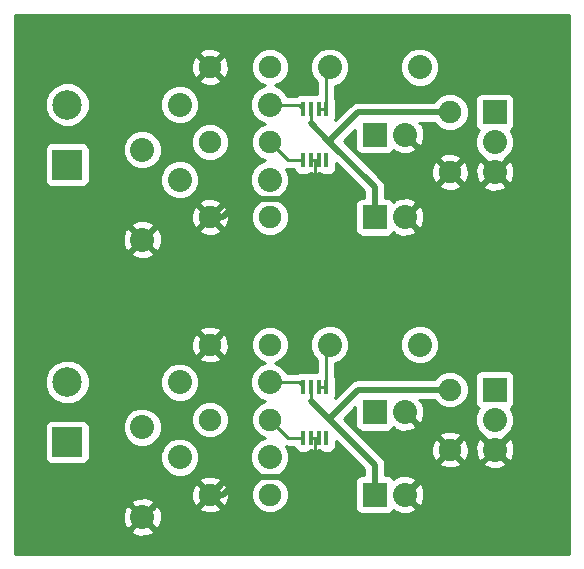
<source format=gtl>
G04 (created by PCBNEW (2013-07-07 BZR 4022)-stable) date 16/07/2014 12:48:06*
%MOIN*%
G04 Gerber Fmt 3.4, Leading zero omitted, Abs format*
%FSLAX34Y34*%
G01*
G70*
G90*
G04 APERTURE LIST*
%ADD10C,0.00590551*%
%ADD11C,0.075*%
%ADD12R,0.08X0.08*%
%ADD13C,0.08*%
%ADD14R,0.015X0.05*%
%ADD15R,0.0984X0.0984*%
%ADD16C,0.0984*%
%ADD17C,0.035*%
%ADD18C,0.01*%
%ADD19C,0.02*%
G04 APERTURE END LIST*
G54D10*
G54D11*
X23750Y-31250D03*
X23750Y-33250D03*
X15750Y-29750D03*
X17750Y-29750D03*
X17750Y-34750D03*
X15750Y-34750D03*
X15750Y-32250D03*
X17750Y-32250D03*
G54D12*
X21250Y-32000D03*
G54D13*
X22250Y-32000D03*
G54D12*
X21250Y-34750D03*
G54D13*
X22250Y-34750D03*
G54D14*
X18866Y-32850D03*
X19122Y-32850D03*
X19378Y-32850D03*
X19634Y-32850D03*
X19634Y-31150D03*
X19378Y-31150D03*
X19122Y-31150D03*
X18866Y-31150D03*
G54D13*
X19750Y-29750D03*
X22750Y-29750D03*
X13500Y-32500D03*
X13500Y-35500D03*
X14750Y-33500D03*
X17750Y-33500D03*
X14750Y-31000D03*
X17750Y-31000D03*
G54D15*
X11000Y-33000D03*
G54D16*
X11000Y-31000D03*
G54D12*
X25250Y-31250D03*
G54D13*
X25250Y-32250D03*
X25250Y-33250D03*
G54D12*
X25250Y-22000D03*
G54D13*
X25250Y-23000D03*
X25250Y-24000D03*
G54D15*
X11000Y-23750D03*
G54D16*
X11000Y-21750D03*
G54D13*
X14750Y-21750D03*
X17750Y-21750D03*
X14750Y-24250D03*
X17750Y-24250D03*
X13500Y-23250D03*
X13500Y-26250D03*
X19750Y-20500D03*
X22750Y-20500D03*
G54D14*
X18866Y-23600D03*
X19122Y-23600D03*
X19378Y-23600D03*
X19634Y-23600D03*
X19634Y-21900D03*
X19378Y-21900D03*
X19122Y-21900D03*
X18866Y-21900D03*
G54D12*
X21250Y-25500D03*
G54D13*
X22250Y-25500D03*
G54D12*
X21250Y-22750D03*
G54D13*
X22250Y-22750D03*
G54D11*
X15750Y-23000D03*
X17750Y-23000D03*
X17750Y-25500D03*
X15750Y-25500D03*
X15750Y-20500D03*
X17750Y-20500D03*
X23750Y-22000D03*
X23750Y-24000D03*
G54D17*
X19250Y-33750D03*
X19250Y-24500D03*
G54D18*
X19250Y-32850D02*
X19378Y-32850D01*
X19122Y-32850D02*
X19250Y-32850D01*
X19250Y-32850D02*
X19250Y-33500D01*
G54D19*
X19250Y-33500D02*
X19250Y-33750D01*
X16200Y-34750D02*
X16800Y-34150D01*
X16800Y-34150D02*
X18850Y-34150D01*
X18850Y-34150D02*
X19250Y-33750D01*
X15750Y-34750D02*
X16200Y-34750D01*
X15750Y-25500D02*
X16200Y-25500D01*
X18850Y-24900D02*
X19250Y-24500D01*
X16800Y-24900D02*
X18850Y-24900D01*
X16200Y-25500D02*
X16800Y-24900D01*
X19250Y-24250D02*
X19250Y-24500D01*
G54D18*
X19250Y-23600D02*
X19250Y-24250D01*
X19122Y-23600D02*
X19250Y-23600D01*
X19250Y-23600D02*
X19378Y-23600D01*
X19634Y-29866D02*
X19750Y-29750D01*
X19634Y-31150D02*
X19634Y-29866D01*
X19378Y-31150D02*
X19634Y-31150D01*
X19378Y-21900D02*
X19634Y-21900D01*
X19634Y-21900D02*
X19634Y-20616D01*
X19634Y-20616D02*
X19750Y-20500D01*
X18350Y-32850D02*
X17750Y-32250D01*
X18866Y-32850D02*
X18350Y-32850D01*
X18866Y-23600D02*
X18350Y-23600D01*
X18350Y-23600D02*
X17750Y-23000D01*
X18716Y-31000D02*
X18866Y-31150D01*
X17750Y-31000D02*
X18716Y-31000D01*
X17750Y-21750D02*
X18716Y-21750D01*
X18716Y-21750D02*
X18866Y-21900D01*
X19800Y-32300D02*
X21250Y-33750D01*
X21250Y-33750D02*
X21250Y-34750D01*
X19122Y-31150D02*
X19122Y-31622D01*
G54D19*
X20700Y-31250D02*
X19800Y-32150D01*
X19800Y-32150D02*
X19800Y-32300D01*
X23750Y-31250D02*
X20700Y-31250D01*
X21250Y-33750D02*
X21250Y-34750D01*
X19700Y-32200D02*
X19122Y-31622D01*
X19800Y-32300D02*
X19700Y-32200D01*
X19700Y-32200D02*
X21250Y-33750D01*
X19700Y-22950D02*
X21250Y-24500D01*
X19800Y-23050D02*
X19700Y-22950D01*
X19700Y-22950D02*
X19122Y-22372D01*
X21250Y-24500D02*
X21250Y-25500D01*
X23750Y-22000D02*
X20700Y-22000D01*
X19800Y-22900D02*
X19800Y-23050D01*
X20700Y-22000D02*
X19800Y-22900D01*
G54D18*
X19122Y-21900D02*
X19122Y-22372D01*
X21250Y-24500D02*
X21250Y-25500D01*
X19800Y-23050D02*
X21250Y-24500D01*
G54D10*
G36*
X27730Y-36730D02*
X25904Y-36730D01*
X25904Y-33355D01*
X25904Y-24105D01*
X25900Y-23991D01*
X25900Y-22871D01*
X25801Y-22632D01*
X25784Y-22615D01*
X25791Y-22612D01*
X25861Y-22541D01*
X25899Y-22449D01*
X25900Y-22350D01*
X25900Y-21550D01*
X25862Y-21458D01*
X25791Y-21388D01*
X25699Y-21350D01*
X25600Y-21349D01*
X24800Y-21349D01*
X24708Y-21387D01*
X24638Y-21458D01*
X24600Y-21550D01*
X24599Y-21649D01*
X24599Y-22449D01*
X24637Y-22541D01*
X24708Y-22611D01*
X24715Y-22614D01*
X24699Y-22631D01*
X24600Y-22870D01*
X24599Y-23128D01*
X24698Y-23367D01*
X24865Y-23534D01*
X24862Y-23541D01*
X25250Y-23929D01*
X25637Y-23541D01*
X25634Y-23534D01*
X25800Y-23368D01*
X25899Y-23129D01*
X25900Y-22871D01*
X25900Y-23991D01*
X25894Y-23847D01*
X25814Y-23652D01*
X25708Y-23612D01*
X25320Y-24000D01*
X25708Y-24387D01*
X25814Y-24347D01*
X25904Y-24105D01*
X25904Y-33355D01*
X25900Y-33241D01*
X25900Y-32121D01*
X25801Y-31882D01*
X25784Y-31865D01*
X25791Y-31862D01*
X25861Y-31791D01*
X25899Y-31699D01*
X25900Y-31600D01*
X25900Y-30800D01*
X25862Y-30708D01*
X25791Y-30638D01*
X25699Y-30600D01*
X25637Y-30599D01*
X25637Y-24458D01*
X25250Y-24070D01*
X25179Y-24141D01*
X25179Y-24000D01*
X24791Y-23612D01*
X24685Y-23652D01*
X24595Y-23894D01*
X24605Y-24152D01*
X24685Y-24347D01*
X24791Y-24387D01*
X25179Y-24000D01*
X25179Y-24141D01*
X24862Y-24458D01*
X24902Y-24564D01*
X25144Y-24654D01*
X25402Y-24644D01*
X25597Y-24564D01*
X25637Y-24458D01*
X25637Y-30599D01*
X25600Y-30599D01*
X24800Y-30599D01*
X24708Y-30637D01*
X24638Y-30708D01*
X24600Y-30800D01*
X24599Y-30899D01*
X24599Y-31699D01*
X24637Y-31791D01*
X24708Y-31861D01*
X24715Y-31864D01*
X24699Y-31881D01*
X24600Y-32120D01*
X24599Y-32378D01*
X24698Y-32617D01*
X24865Y-32784D01*
X24862Y-32791D01*
X25250Y-33179D01*
X25637Y-32791D01*
X25634Y-32784D01*
X25800Y-32618D01*
X25899Y-32379D01*
X25900Y-32121D01*
X25900Y-33241D01*
X25894Y-33097D01*
X25814Y-32902D01*
X25708Y-32862D01*
X25320Y-33250D01*
X25708Y-33637D01*
X25814Y-33597D01*
X25904Y-33355D01*
X25904Y-36730D01*
X25637Y-36730D01*
X25637Y-33708D01*
X25250Y-33320D01*
X25179Y-33391D01*
X25179Y-33250D01*
X24791Y-32862D01*
X24685Y-32902D01*
X24595Y-33144D01*
X24605Y-33402D01*
X24685Y-33597D01*
X24791Y-33637D01*
X25179Y-33250D01*
X25179Y-33391D01*
X24862Y-33708D01*
X24902Y-33814D01*
X25144Y-33904D01*
X25402Y-33894D01*
X25597Y-33814D01*
X25637Y-33708D01*
X25637Y-36730D01*
X24379Y-36730D01*
X24379Y-33349D01*
X24379Y-24099D01*
X24375Y-23990D01*
X24375Y-21876D01*
X24280Y-21646D01*
X24104Y-21470D01*
X23874Y-21375D01*
X23626Y-21374D01*
X23400Y-21468D01*
X23400Y-20371D01*
X23301Y-20132D01*
X23118Y-19949D01*
X22879Y-19850D01*
X22621Y-19849D01*
X22382Y-19948D01*
X22199Y-20131D01*
X22100Y-20370D01*
X22099Y-20628D01*
X22198Y-20867D01*
X22381Y-21050D01*
X22620Y-21149D01*
X22878Y-21150D01*
X23117Y-21051D01*
X23300Y-20868D01*
X23399Y-20629D01*
X23400Y-20371D01*
X23400Y-21468D01*
X23396Y-21469D01*
X23220Y-21645D01*
X23218Y-21650D01*
X20700Y-21650D01*
X20566Y-21676D01*
X20452Y-21752D01*
X19926Y-22278D01*
X19958Y-22199D01*
X19959Y-22100D01*
X19959Y-21600D01*
X19934Y-21539D01*
X19934Y-21127D01*
X20117Y-21051D01*
X20300Y-20868D01*
X20399Y-20629D01*
X20400Y-20371D01*
X20301Y-20132D01*
X20118Y-19949D01*
X19879Y-19850D01*
X19621Y-19849D01*
X19382Y-19948D01*
X19199Y-20131D01*
X19100Y-20370D01*
X19099Y-20628D01*
X19198Y-20867D01*
X19334Y-21003D01*
X19334Y-21399D01*
X19253Y-21399D01*
X19250Y-21401D01*
X19246Y-21400D01*
X19147Y-21399D01*
X18997Y-21399D01*
X18994Y-21401D01*
X18990Y-21400D01*
X18891Y-21399D01*
X18741Y-21399D01*
X18649Y-21437D01*
X18637Y-21450D01*
X18329Y-21450D01*
X18301Y-21382D01*
X18118Y-21199D01*
X17906Y-21111D01*
X18103Y-21030D01*
X18279Y-20854D01*
X18374Y-20624D01*
X18375Y-20376D01*
X18280Y-20146D01*
X18104Y-19970D01*
X17874Y-19875D01*
X17626Y-19874D01*
X17396Y-19969D01*
X17220Y-20145D01*
X17125Y-20375D01*
X17124Y-20623D01*
X17219Y-20853D01*
X17395Y-21029D01*
X17593Y-21111D01*
X17382Y-21198D01*
X17199Y-21381D01*
X17100Y-21620D01*
X17099Y-21878D01*
X17198Y-22117D01*
X17381Y-22300D01*
X17593Y-22388D01*
X17396Y-22469D01*
X17220Y-22645D01*
X17125Y-22875D01*
X17124Y-23123D01*
X17219Y-23353D01*
X17395Y-23529D01*
X17593Y-23611D01*
X17382Y-23698D01*
X17199Y-23881D01*
X17100Y-24120D01*
X17099Y-24378D01*
X17198Y-24617D01*
X17381Y-24800D01*
X17593Y-24888D01*
X17396Y-24969D01*
X17220Y-25145D01*
X17125Y-25375D01*
X17124Y-25623D01*
X17219Y-25853D01*
X17395Y-26029D01*
X17625Y-26124D01*
X17873Y-26125D01*
X18103Y-26030D01*
X18279Y-25854D01*
X18374Y-25624D01*
X18375Y-25376D01*
X18280Y-25146D01*
X18104Y-24970D01*
X17906Y-24888D01*
X18117Y-24801D01*
X18300Y-24618D01*
X18399Y-24379D01*
X18400Y-24121D01*
X18304Y-23891D01*
X18350Y-23900D01*
X18541Y-23900D01*
X18578Y-23991D01*
X18649Y-24061D01*
X18741Y-24099D01*
X18840Y-24100D01*
X18990Y-24100D01*
X18994Y-24098D01*
X18997Y-24100D01*
X19022Y-24100D01*
X19044Y-24077D01*
X19082Y-24062D01*
X19122Y-24022D01*
X19161Y-24062D01*
X19199Y-24077D01*
X19222Y-24100D01*
X19246Y-24100D01*
X19250Y-24098D01*
X19253Y-24100D01*
X19278Y-24100D01*
X19300Y-24077D01*
X19338Y-24062D01*
X19378Y-24022D01*
X19417Y-24061D01*
X19455Y-24077D01*
X19478Y-24100D01*
X19502Y-24100D01*
X19505Y-24098D01*
X19509Y-24099D01*
X19608Y-24100D01*
X19758Y-24100D01*
X19850Y-24062D01*
X19920Y-23991D01*
X19958Y-23899D01*
X19959Y-23800D01*
X19959Y-23704D01*
X20900Y-24644D01*
X20900Y-24849D01*
X20800Y-24849D01*
X20708Y-24887D01*
X20638Y-24958D01*
X20600Y-25050D01*
X20599Y-25149D01*
X20599Y-25949D01*
X20637Y-26041D01*
X20708Y-26111D01*
X20800Y-26149D01*
X20899Y-26150D01*
X21699Y-26150D01*
X21791Y-26112D01*
X21861Y-26041D01*
X21878Y-26001D01*
X21902Y-26064D01*
X22144Y-26154D01*
X22402Y-26144D01*
X22597Y-26064D01*
X22637Y-25958D01*
X22250Y-25570D01*
X22244Y-25576D01*
X22173Y-25505D01*
X22179Y-25500D01*
X22173Y-25494D01*
X22244Y-25423D01*
X22250Y-25429D01*
X22637Y-25041D01*
X22597Y-24935D01*
X22355Y-24845D01*
X22097Y-24855D01*
X21902Y-24935D01*
X21878Y-24998D01*
X21862Y-24958D01*
X21791Y-24888D01*
X21699Y-24850D01*
X21600Y-24849D01*
X21600Y-24849D01*
X21600Y-24500D01*
X21599Y-24499D01*
X21600Y-24499D01*
X21573Y-24366D01*
X21497Y-24252D01*
X21497Y-24252D01*
X20219Y-22975D01*
X20599Y-22595D01*
X20599Y-23199D01*
X20637Y-23291D01*
X20708Y-23361D01*
X20800Y-23399D01*
X20899Y-23400D01*
X21699Y-23400D01*
X21791Y-23362D01*
X21861Y-23291D01*
X21878Y-23251D01*
X21902Y-23314D01*
X22144Y-23404D01*
X22402Y-23394D01*
X22597Y-23314D01*
X22637Y-23208D01*
X22250Y-22820D01*
X22244Y-22826D01*
X22173Y-22755D01*
X22179Y-22750D01*
X22173Y-22744D01*
X22244Y-22673D01*
X22250Y-22679D01*
X22255Y-22673D01*
X22326Y-22744D01*
X22320Y-22750D01*
X22708Y-23137D01*
X22814Y-23097D01*
X22904Y-22855D01*
X22894Y-22597D01*
X22814Y-22402D01*
X22708Y-22362D01*
X22720Y-22350D01*
X23218Y-22350D01*
X23219Y-22353D01*
X23395Y-22529D01*
X23625Y-22624D01*
X23873Y-22625D01*
X24103Y-22530D01*
X24279Y-22354D01*
X24374Y-22124D01*
X24375Y-21876D01*
X24375Y-23990D01*
X24369Y-23851D01*
X24293Y-23667D01*
X24190Y-23630D01*
X24119Y-23701D01*
X24119Y-23559D01*
X24082Y-23456D01*
X23849Y-23370D01*
X23601Y-23380D01*
X23417Y-23456D01*
X23380Y-23559D01*
X23750Y-23929D01*
X24119Y-23559D01*
X24119Y-23701D01*
X23820Y-24000D01*
X24190Y-24369D01*
X24293Y-24332D01*
X24379Y-24099D01*
X24379Y-33349D01*
X24375Y-33240D01*
X24375Y-31126D01*
X24280Y-30896D01*
X24119Y-30735D01*
X24119Y-24440D01*
X23750Y-24070D01*
X23679Y-24141D01*
X23679Y-24000D01*
X23309Y-23630D01*
X23206Y-23667D01*
X23120Y-23900D01*
X23130Y-24148D01*
X23206Y-24332D01*
X23309Y-24369D01*
X23679Y-24000D01*
X23679Y-24141D01*
X23380Y-24440D01*
X23417Y-24543D01*
X23650Y-24629D01*
X23898Y-24619D01*
X24082Y-24543D01*
X24119Y-24440D01*
X24119Y-30735D01*
X24104Y-30720D01*
X23874Y-30625D01*
X23626Y-30624D01*
X23400Y-30718D01*
X23400Y-29621D01*
X23301Y-29382D01*
X23118Y-29199D01*
X22904Y-29110D01*
X22904Y-25605D01*
X22894Y-25347D01*
X22814Y-25152D01*
X22708Y-25112D01*
X22320Y-25500D01*
X22708Y-25887D01*
X22814Y-25847D01*
X22904Y-25605D01*
X22904Y-29110D01*
X22879Y-29100D01*
X22621Y-29099D01*
X22382Y-29198D01*
X22199Y-29381D01*
X22100Y-29620D01*
X22099Y-29878D01*
X22198Y-30117D01*
X22381Y-30300D01*
X22620Y-30399D01*
X22878Y-30400D01*
X23117Y-30301D01*
X23300Y-30118D01*
X23399Y-29879D01*
X23400Y-29621D01*
X23400Y-30718D01*
X23396Y-30719D01*
X23220Y-30895D01*
X23218Y-30900D01*
X20700Y-30900D01*
X20566Y-30926D01*
X20452Y-31002D01*
X19926Y-31528D01*
X19958Y-31449D01*
X19959Y-31350D01*
X19959Y-30850D01*
X19934Y-30789D01*
X19934Y-30377D01*
X20117Y-30301D01*
X20300Y-30118D01*
X20399Y-29879D01*
X20400Y-29621D01*
X20301Y-29382D01*
X20118Y-29199D01*
X19879Y-29100D01*
X19621Y-29099D01*
X19382Y-29198D01*
X19199Y-29381D01*
X19100Y-29620D01*
X19099Y-29878D01*
X19198Y-30117D01*
X19334Y-30253D01*
X19334Y-30649D01*
X19253Y-30649D01*
X19250Y-30651D01*
X19246Y-30650D01*
X19147Y-30649D01*
X18997Y-30649D01*
X18994Y-30651D01*
X18990Y-30650D01*
X18891Y-30649D01*
X18741Y-30649D01*
X18649Y-30687D01*
X18637Y-30700D01*
X18329Y-30700D01*
X18301Y-30632D01*
X18118Y-30449D01*
X17906Y-30361D01*
X18103Y-30280D01*
X18279Y-30104D01*
X18374Y-29874D01*
X18375Y-29626D01*
X18280Y-29396D01*
X18104Y-29220D01*
X17874Y-29125D01*
X17626Y-29124D01*
X17396Y-29219D01*
X17220Y-29395D01*
X17125Y-29625D01*
X17124Y-29873D01*
X17219Y-30103D01*
X17395Y-30279D01*
X17593Y-30361D01*
X17382Y-30448D01*
X17199Y-30631D01*
X17100Y-30870D01*
X17099Y-31128D01*
X17198Y-31367D01*
X17381Y-31550D01*
X17593Y-31638D01*
X17396Y-31719D01*
X17220Y-31895D01*
X17125Y-32125D01*
X17124Y-32373D01*
X17219Y-32603D01*
X17395Y-32779D01*
X17593Y-32861D01*
X17382Y-32948D01*
X17199Y-33131D01*
X17100Y-33370D01*
X17099Y-33628D01*
X17198Y-33867D01*
X17381Y-34050D01*
X17593Y-34138D01*
X17396Y-34219D01*
X17220Y-34395D01*
X17125Y-34625D01*
X17124Y-34873D01*
X17219Y-35103D01*
X17395Y-35279D01*
X17625Y-35374D01*
X17873Y-35375D01*
X18103Y-35280D01*
X18279Y-35104D01*
X18374Y-34874D01*
X18375Y-34626D01*
X18280Y-34396D01*
X18104Y-34220D01*
X17906Y-34138D01*
X18117Y-34051D01*
X18300Y-33868D01*
X18399Y-33629D01*
X18400Y-33371D01*
X18304Y-33141D01*
X18350Y-33150D01*
X18541Y-33150D01*
X18578Y-33241D01*
X18649Y-33311D01*
X18741Y-33349D01*
X18840Y-33350D01*
X18990Y-33350D01*
X18994Y-33348D01*
X18997Y-33350D01*
X19022Y-33350D01*
X19044Y-33327D01*
X19082Y-33312D01*
X19122Y-33272D01*
X19161Y-33312D01*
X19199Y-33327D01*
X19222Y-33350D01*
X19246Y-33350D01*
X19250Y-33348D01*
X19253Y-33350D01*
X19278Y-33350D01*
X19300Y-33327D01*
X19338Y-33312D01*
X19378Y-33272D01*
X19417Y-33311D01*
X19455Y-33327D01*
X19478Y-33350D01*
X19502Y-33350D01*
X19505Y-33348D01*
X19509Y-33349D01*
X19608Y-33350D01*
X19758Y-33350D01*
X19850Y-33312D01*
X19920Y-33241D01*
X19958Y-33149D01*
X19959Y-33050D01*
X19959Y-32954D01*
X20900Y-33894D01*
X20900Y-34099D01*
X20800Y-34099D01*
X20708Y-34137D01*
X20638Y-34208D01*
X20600Y-34300D01*
X20599Y-34399D01*
X20599Y-35199D01*
X20637Y-35291D01*
X20708Y-35361D01*
X20800Y-35399D01*
X20899Y-35400D01*
X21699Y-35400D01*
X21791Y-35362D01*
X21861Y-35291D01*
X21878Y-35251D01*
X21902Y-35314D01*
X22144Y-35404D01*
X22402Y-35394D01*
X22597Y-35314D01*
X22637Y-35208D01*
X22250Y-34820D01*
X22244Y-34826D01*
X22173Y-34755D01*
X22179Y-34750D01*
X22173Y-34744D01*
X22244Y-34673D01*
X22250Y-34679D01*
X22637Y-34291D01*
X22597Y-34185D01*
X22355Y-34095D01*
X22097Y-34105D01*
X21902Y-34185D01*
X21878Y-34248D01*
X21862Y-34208D01*
X21791Y-34138D01*
X21699Y-34100D01*
X21600Y-34099D01*
X21600Y-34099D01*
X21600Y-33750D01*
X21599Y-33749D01*
X21600Y-33749D01*
X21573Y-33616D01*
X21497Y-33502D01*
X21497Y-33502D01*
X20219Y-32225D01*
X20599Y-31845D01*
X20599Y-32449D01*
X20637Y-32541D01*
X20708Y-32611D01*
X20800Y-32649D01*
X20899Y-32650D01*
X21699Y-32650D01*
X21791Y-32612D01*
X21861Y-32541D01*
X21878Y-32501D01*
X21902Y-32564D01*
X22144Y-32654D01*
X22402Y-32644D01*
X22597Y-32564D01*
X22637Y-32458D01*
X22250Y-32070D01*
X22244Y-32076D01*
X22173Y-32005D01*
X22179Y-32000D01*
X22173Y-31994D01*
X22244Y-31923D01*
X22250Y-31929D01*
X22255Y-31923D01*
X22326Y-31994D01*
X22320Y-32000D01*
X22708Y-32387D01*
X22814Y-32347D01*
X22904Y-32105D01*
X22894Y-31847D01*
X22814Y-31652D01*
X22708Y-31612D01*
X22720Y-31600D01*
X23218Y-31600D01*
X23219Y-31603D01*
X23395Y-31779D01*
X23625Y-31874D01*
X23873Y-31875D01*
X24103Y-31780D01*
X24279Y-31604D01*
X24374Y-31374D01*
X24375Y-31126D01*
X24375Y-33240D01*
X24369Y-33101D01*
X24293Y-32917D01*
X24190Y-32880D01*
X24119Y-32951D01*
X24119Y-32809D01*
X24082Y-32706D01*
X23849Y-32620D01*
X23601Y-32630D01*
X23417Y-32706D01*
X23380Y-32809D01*
X23750Y-33179D01*
X24119Y-32809D01*
X24119Y-32951D01*
X23820Y-33250D01*
X24190Y-33619D01*
X24293Y-33582D01*
X24379Y-33349D01*
X24379Y-36730D01*
X24119Y-36730D01*
X24119Y-33690D01*
X23750Y-33320D01*
X23679Y-33391D01*
X23679Y-33250D01*
X23309Y-32880D01*
X23206Y-32917D01*
X23120Y-33150D01*
X23130Y-33398D01*
X23206Y-33582D01*
X23309Y-33619D01*
X23679Y-33250D01*
X23679Y-33391D01*
X23380Y-33690D01*
X23417Y-33793D01*
X23650Y-33879D01*
X23898Y-33869D01*
X24082Y-33793D01*
X24119Y-33690D01*
X24119Y-36730D01*
X22904Y-36730D01*
X22904Y-34855D01*
X22894Y-34597D01*
X22814Y-34402D01*
X22708Y-34362D01*
X22320Y-34750D01*
X22708Y-35137D01*
X22814Y-35097D01*
X22904Y-34855D01*
X22904Y-36730D01*
X16379Y-36730D01*
X16379Y-34849D01*
X16379Y-29849D01*
X16379Y-25599D01*
X16379Y-20599D01*
X16369Y-20351D01*
X16293Y-20167D01*
X16190Y-20130D01*
X16119Y-20201D01*
X16119Y-20059D01*
X16082Y-19956D01*
X15849Y-19870D01*
X15601Y-19880D01*
X15417Y-19956D01*
X15380Y-20059D01*
X15750Y-20429D01*
X16119Y-20059D01*
X16119Y-20201D01*
X15820Y-20500D01*
X16190Y-20869D01*
X16293Y-20832D01*
X16379Y-20599D01*
X16379Y-25599D01*
X16375Y-25490D01*
X16375Y-22876D01*
X16280Y-22646D01*
X16119Y-22485D01*
X16119Y-20940D01*
X15750Y-20570D01*
X15679Y-20641D01*
X15679Y-20500D01*
X15309Y-20130D01*
X15206Y-20167D01*
X15120Y-20400D01*
X15130Y-20648D01*
X15206Y-20832D01*
X15309Y-20869D01*
X15679Y-20500D01*
X15679Y-20641D01*
X15380Y-20940D01*
X15417Y-21043D01*
X15650Y-21129D01*
X15898Y-21119D01*
X16082Y-21043D01*
X16119Y-20940D01*
X16119Y-22485D01*
X16104Y-22470D01*
X15874Y-22375D01*
X15626Y-22374D01*
X15400Y-22468D01*
X15400Y-21621D01*
X15301Y-21382D01*
X15118Y-21199D01*
X14879Y-21100D01*
X14621Y-21099D01*
X14382Y-21198D01*
X14199Y-21381D01*
X14100Y-21620D01*
X14099Y-21878D01*
X14198Y-22117D01*
X14381Y-22300D01*
X14620Y-22399D01*
X14878Y-22400D01*
X15117Y-22301D01*
X15300Y-22118D01*
X15399Y-21879D01*
X15400Y-21621D01*
X15400Y-22468D01*
X15396Y-22469D01*
X15220Y-22645D01*
X15125Y-22875D01*
X15124Y-23123D01*
X15219Y-23353D01*
X15395Y-23529D01*
X15625Y-23624D01*
X15873Y-23625D01*
X16103Y-23530D01*
X16279Y-23354D01*
X16374Y-23124D01*
X16375Y-22876D01*
X16375Y-25490D01*
X16369Y-25351D01*
X16293Y-25167D01*
X16190Y-25130D01*
X16119Y-25201D01*
X16119Y-25059D01*
X16082Y-24956D01*
X15849Y-24870D01*
X15601Y-24880D01*
X15417Y-24956D01*
X15400Y-25004D01*
X15400Y-24121D01*
X15301Y-23882D01*
X15118Y-23699D01*
X14879Y-23600D01*
X14621Y-23599D01*
X14382Y-23698D01*
X14199Y-23881D01*
X14150Y-23999D01*
X14150Y-23121D01*
X14051Y-22882D01*
X13868Y-22699D01*
X13629Y-22600D01*
X13371Y-22599D01*
X13132Y-22698D01*
X12949Y-22881D01*
X12850Y-23120D01*
X12849Y-23378D01*
X12948Y-23617D01*
X13131Y-23800D01*
X13370Y-23899D01*
X13628Y-23900D01*
X13867Y-23801D01*
X14050Y-23618D01*
X14149Y-23379D01*
X14150Y-23121D01*
X14150Y-23999D01*
X14100Y-24120D01*
X14099Y-24378D01*
X14198Y-24617D01*
X14381Y-24800D01*
X14620Y-24899D01*
X14878Y-24900D01*
X15117Y-24801D01*
X15300Y-24618D01*
X15399Y-24379D01*
X15400Y-24121D01*
X15400Y-25004D01*
X15380Y-25059D01*
X15750Y-25429D01*
X16119Y-25059D01*
X16119Y-25201D01*
X15820Y-25500D01*
X16190Y-25869D01*
X16293Y-25832D01*
X16379Y-25599D01*
X16379Y-29849D01*
X16369Y-29601D01*
X16293Y-29417D01*
X16190Y-29380D01*
X16119Y-29451D01*
X16119Y-29309D01*
X16119Y-25940D01*
X15750Y-25570D01*
X15679Y-25641D01*
X15679Y-25500D01*
X15309Y-25130D01*
X15206Y-25167D01*
X15120Y-25400D01*
X15130Y-25648D01*
X15206Y-25832D01*
X15309Y-25869D01*
X15679Y-25500D01*
X15679Y-25641D01*
X15380Y-25940D01*
X15417Y-26043D01*
X15650Y-26129D01*
X15898Y-26119D01*
X16082Y-26043D01*
X16119Y-25940D01*
X16119Y-29309D01*
X16082Y-29206D01*
X15849Y-29120D01*
X15601Y-29130D01*
X15417Y-29206D01*
X15380Y-29309D01*
X15750Y-29679D01*
X16119Y-29309D01*
X16119Y-29451D01*
X15820Y-29750D01*
X16190Y-30119D01*
X16293Y-30082D01*
X16379Y-29849D01*
X16379Y-34849D01*
X16375Y-34740D01*
X16375Y-32126D01*
X16280Y-31896D01*
X16119Y-31735D01*
X16119Y-30190D01*
X15750Y-29820D01*
X15679Y-29891D01*
X15679Y-29750D01*
X15309Y-29380D01*
X15206Y-29417D01*
X15120Y-29650D01*
X15130Y-29898D01*
X15206Y-30082D01*
X15309Y-30119D01*
X15679Y-29750D01*
X15679Y-29891D01*
X15380Y-30190D01*
X15417Y-30293D01*
X15650Y-30379D01*
X15898Y-30369D01*
X16082Y-30293D01*
X16119Y-30190D01*
X16119Y-31735D01*
X16104Y-31720D01*
X15874Y-31625D01*
X15626Y-31624D01*
X15400Y-31718D01*
X15400Y-30871D01*
X15301Y-30632D01*
X15118Y-30449D01*
X14879Y-30350D01*
X14621Y-30349D01*
X14382Y-30448D01*
X14199Y-30631D01*
X14154Y-30739D01*
X14154Y-26355D01*
X14144Y-26097D01*
X14064Y-25902D01*
X13958Y-25862D01*
X13887Y-25933D01*
X13887Y-25791D01*
X13847Y-25685D01*
X13605Y-25595D01*
X13347Y-25605D01*
X13152Y-25685D01*
X13112Y-25791D01*
X13500Y-26179D01*
X13887Y-25791D01*
X13887Y-25933D01*
X13570Y-26250D01*
X13958Y-26637D01*
X14064Y-26597D01*
X14154Y-26355D01*
X14154Y-30739D01*
X14100Y-30870D01*
X14099Y-31128D01*
X14198Y-31367D01*
X14381Y-31550D01*
X14620Y-31649D01*
X14878Y-31650D01*
X15117Y-31551D01*
X15300Y-31368D01*
X15399Y-31129D01*
X15400Y-30871D01*
X15400Y-31718D01*
X15396Y-31719D01*
X15220Y-31895D01*
X15125Y-32125D01*
X15124Y-32373D01*
X15219Y-32603D01*
X15395Y-32779D01*
X15625Y-32874D01*
X15873Y-32875D01*
X16103Y-32780D01*
X16279Y-32604D01*
X16374Y-32374D01*
X16375Y-32126D01*
X16375Y-34740D01*
X16369Y-34601D01*
X16293Y-34417D01*
X16190Y-34380D01*
X16119Y-34451D01*
X16119Y-34309D01*
X16082Y-34206D01*
X15849Y-34120D01*
X15601Y-34130D01*
X15417Y-34206D01*
X15400Y-34254D01*
X15400Y-33371D01*
X15301Y-33132D01*
X15118Y-32949D01*
X14879Y-32850D01*
X14621Y-32849D01*
X14382Y-32948D01*
X14199Y-33131D01*
X14150Y-33249D01*
X14150Y-32371D01*
X14051Y-32132D01*
X13887Y-31968D01*
X13887Y-26708D01*
X13500Y-26320D01*
X13429Y-26391D01*
X13429Y-26250D01*
X13041Y-25862D01*
X12935Y-25902D01*
X12845Y-26144D01*
X12855Y-26402D01*
X12935Y-26597D01*
X13041Y-26637D01*
X13429Y-26250D01*
X13429Y-26391D01*
X13112Y-26708D01*
X13152Y-26814D01*
X13394Y-26904D01*
X13652Y-26894D01*
X13847Y-26814D01*
X13887Y-26708D01*
X13887Y-31968D01*
X13868Y-31949D01*
X13629Y-31850D01*
X13371Y-31849D01*
X13132Y-31948D01*
X12949Y-32131D01*
X12850Y-32370D01*
X12849Y-32628D01*
X12948Y-32867D01*
X13131Y-33050D01*
X13370Y-33149D01*
X13628Y-33150D01*
X13867Y-33051D01*
X14050Y-32868D01*
X14149Y-32629D01*
X14150Y-32371D01*
X14150Y-33249D01*
X14100Y-33370D01*
X14099Y-33628D01*
X14198Y-33867D01*
X14381Y-34050D01*
X14620Y-34149D01*
X14878Y-34150D01*
X15117Y-34051D01*
X15300Y-33868D01*
X15399Y-33629D01*
X15400Y-33371D01*
X15400Y-34254D01*
X15380Y-34309D01*
X15750Y-34679D01*
X16119Y-34309D01*
X16119Y-34451D01*
X15820Y-34750D01*
X16190Y-35119D01*
X16293Y-35082D01*
X16379Y-34849D01*
X16379Y-36730D01*
X16119Y-36730D01*
X16119Y-35190D01*
X15750Y-34820D01*
X15679Y-34891D01*
X15679Y-34750D01*
X15309Y-34380D01*
X15206Y-34417D01*
X15120Y-34650D01*
X15130Y-34898D01*
X15206Y-35082D01*
X15309Y-35119D01*
X15679Y-34750D01*
X15679Y-34891D01*
X15380Y-35190D01*
X15417Y-35293D01*
X15650Y-35379D01*
X15898Y-35369D01*
X16082Y-35293D01*
X16119Y-35190D01*
X16119Y-36730D01*
X14154Y-36730D01*
X14154Y-35605D01*
X14144Y-35347D01*
X14064Y-35152D01*
X13958Y-35112D01*
X13887Y-35183D01*
X13887Y-35041D01*
X13847Y-34935D01*
X13605Y-34845D01*
X13347Y-34855D01*
X13152Y-34935D01*
X13112Y-35041D01*
X13500Y-35429D01*
X13887Y-35041D01*
X13887Y-35183D01*
X13570Y-35500D01*
X13958Y-35887D01*
X14064Y-35847D01*
X14154Y-35605D01*
X14154Y-36730D01*
X13887Y-36730D01*
X13887Y-35958D01*
X13500Y-35570D01*
X13429Y-35641D01*
X13429Y-35500D01*
X13041Y-35112D01*
X12935Y-35152D01*
X12845Y-35394D01*
X12855Y-35652D01*
X12935Y-35847D01*
X13041Y-35887D01*
X13429Y-35500D01*
X13429Y-35641D01*
X13112Y-35958D01*
X13152Y-36064D01*
X13394Y-36154D01*
X13652Y-36144D01*
X13847Y-36064D01*
X13887Y-35958D01*
X13887Y-36730D01*
X11742Y-36730D01*
X11742Y-30853D01*
X11742Y-21603D01*
X11629Y-21330D01*
X11420Y-21121D01*
X11148Y-21008D01*
X10853Y-21007D01*
X10580Y-21120D01*
X10371Y-21329D01*
X10258Y-21601D01*
X10257Y-21896D01*
X10370Y-22169D01*
X10579Y-22378D01*
X10851Y-22491D01*
X11146Y-22492D01*
X11419Y-22379D01*
X11628Y-22170D01*
X11741Y-21898D01*
X11742Y-21603D01*
X11742Y-30853D01*
X11742Y-30852D01*
X11742Y-24192D01*
X11742Y-23208D01*
X11704Y-23116D01*
X11633Y-23046D01*
X11541Y-23008D01*
X11442Y-23007D01*
X10458Y-23007D01*
X10366Y-23045D01*
X10296Y-23116D01*
X10258Y-23208D01*
X10257Y-23307D01*
X10257Y-24291D01*
X10295Y-24383D01*
X10366Y-24453D01*
X10458Y-24491D01*
X10557Y-24492D01*
X11541Y-24492D01*
X11633Y-24454D01*
X11703Y-24383D01*
X11741Y-24291D01*
X11742Y-24192D01*
X11742Y-30852D01*
X11629Y-30580D01*
X11420Y-30371D01*
X11148Y-30258D01*
X10853Y-30257D01*
X10580Y-30370D01*
X10371Y-30579D01*
X10258Y-30851D01*
X10257Y-31146D01*
X10370Y-31419D01*
X10579Y-31628D01*
X10851Y-31741D01*
X11146Y-31742D01*
X11419Y-31629D01*
X11628Y-31420D01*
X11741Y-31148D01*
X11742Y-30853D01*
X11742Y-36730D01*
X11742Y-36730D01*
X11742Y-33442D01*
X11742Y-32458D01*
X11704Y-32366D01*
X11633Y-32296D01*
X11541Y-32258D01*
X11442Y-32257D01*
X10458Y-32257D01*
X10366Y-32295D01*
X10296Y-32366D01*
X10258Y-32458D01*
X10257Y-32557D01*
X10257Y-33541D01*
X10295Y-33633D01*
X10366Y-33703D01*
X10458Y-33741D01*
X10557Y-33742D01*
X11541Y-33742D01*
X11633Y-33704D01*
X11703Y-33633D01*
X11741Y-33541D01*
X11742Y-33442D01*
X11742Y-36730D01*
X9269Y-36730D01*
X9269Y-36250D01*
X9269Y-18769D01*
X27730Y-18769D01*
X27730Y-36200D01*
X27730Y-36250D01*
X27730Y-36730D01*
X27730Y-36730D01*
G37*
G54D18*
X27730Y-36730D02*
X25904Y-36730D01*
X25904Y-33355D01*
X25904Y-24105D01*
X25900Y-23991D01*
X25900Y-22871D01*
X25801Y-22632D01*
X25784Y-22615D01*
X25791Y-22612D01*
X25861Y-22541D01*
X25899Y-22449D01*
X25900Y-22350D01*
X25900Y-21550D01*
X25862Y-21458D01*
X25791Y-21388D01*
X25699Y-21350D01*
X25600Y-21349D01*
X24800Y-21349D01*
X24708Y-21387D01*
X24638Y-21458D01*
X24600Y-21550D01*
X24599Y-21649D01*
X24599Y-22449D01*
X24637Y-22541D01*
X24708Y-22611D01*
X24715Y-22614D01*
X24699Y-22631D01*
X24600Y-22870D01*
X24599Y-23128D01*
X24698Y-23367D01*
X24865Y-23534D01*
X24862Y-23541D01*
X25250Y-23929D01*
X25637Y-23541D01*
X25634Y-23534D01*
X25800Y-23368D01*
X25899Y-23129D01*
X25900Y-22871D01*
X25900Y-23991D01*
X25894Y-23847D01*
X25814Y-23652D01*
X25708Y-23612D01*
X25320Y-24000D01*
X25708Y-24387D01*
X25814Y-24347D01*
X25904Y-24105D01*
X25904Y-33355D01*
X25900Y-33241D01*
X25900Y-32121D01*
X25801Y-31882D01*
X25784Y-31865D01*
X25791Y-31862D01*
X25861Y-31791D01*
X25899Y-31699D01*
X25900Y-31600D01*
X25900Y-30800D01*
X25862Y-30708D01*
X25791Y-30638D01*
X25699Y-30600D01*
X25637Y-30599D01*
X25637Y-24458D01*
X25250Y-24070D01*
X25179Y-24141D01*
X25179Y-24000D01*
X24791Y-23612D01*
X24685Y-23652D01*
X24595Y-23894D01*
X24605Y-24152D01*
X24685Y-24347D01*
X24791Y-24387D01*
X25179Y-24000D01*
X25179Y-24141D01*
X24862Y-24458D01*
X24902Y-24564D01*
X25144Y-24654D01*
X25402Y-24644D01*
X25597Y-24564D01*
X25637Y-24458D01*
X25637Y-30599D01*
X25600Y-30599D01*
X24800Y-30599D01*
X24708Y-30637D01*
X24638Y-30708D01*
X24600Y-30800D01*
X24599Y-30899D01*
X24599Y-31699D01*
X24637Y-31791D01*
X24708Y-31861D01*
X24715Y-31864D01*
X24699Y-31881D01*
X24600Y-32120D01*
X24599Y-32378D01*
X24698Y-32617D01*
X24865Y-32784D01*
X24862Y-32791D01*
X25250Y-33179D01*
X25637Y-32791D01*
X25634Y-32784D01*
X25800Y-32618D01*
X25899Y-32379D01*
X25900Y-32121D01*
X25900Y-33241D01*
X25894Y-33097D01*
X25814Y-32902D01*
X25708Y-32862D01*
X25320Y-33250D01*
X25708Y-33637D01*
X25814Y-33597D01*
X25904Y-33355D01*
X25904Y-36730D01*
X25637Y-36730D01*
X25637Y-33708D01*
X25250Y-33320D01*
X25179Y-33391D01*
X25179Y-33250D01*
X24791Y-32862D01*
X24685Y-32902D01*
X24595Y-33144D01*
X24605Y-33402D01*
X24685Y-33597D01*
X24791Y-33637D01*
X25179Y-33250D01*
X25179Y-33391D01*
X24862Y-33708D01*
X24902Y-33814D01*
X25144Y-33904D01*
X25402Y-33894D01*
X25597Y-33814D01*
X25637Y-33708D01*
X25637Y-36730D01*
X24379Y-36730D01*
X24379Y-33349D01*
X24379Y-24099D01*
X24375Y-23990D01*
X24375Y-21876D01*
X24280Y-21646D01*
X24104Y-21470D01*
X23874Y-21375D01*
X23626Y-21374D01*
X23400Y-21468D01*
X23400Y-20371D01*
X23301Y-20132D01*
X23118Y-19949D01*
X22879Y-19850D01*
X22621Y-19849D01*
X22382Y-19948D01*
X22199Y-20131D01*
X22100Y-20370D01*
X22099Y-20628D01*
X22198Y-20867D01*
X22381Y-21050D01*
X22620Y-21149D01*
X22878Y-21150D01*
X23117Y-21051D01*
X23300Y-20868D01*
X23399Y-20629D01*
X23400Y-20371D01*
X23400Y-21468D01*
X23396Y-21469D01*
X23220Y-21645D01*
X23218Y-21650D01*
X20700Y-21650D01*
X20566Y-21676D01*
X20452Y-21752D01*
X19926Y-22278D01*
X19958Y-22199D01*
X19959Y-22100D01*
X19959Y-21600D01*
X19934Y-21539D01*
X19934Y-21127D01*
X20117Y-21051D01*
X20300Y-20868D01*
X20399Y-20629D01*
X20400Y-20371D01*
X20301Y-20132D01*
X20118Y-19949D01*
X19879Y-19850D01*
X19621Y-19849D01*
X19382Y-19948D01*
X19199Y-20131D01*
X19100Y-20370D01*
X19099Y-20628D01*
X19198Y-20867D01*
X19334Y-21003D01*
X19334Y-21399D01*
X19253Y-21399D01*
X19250Y-21401D01*
X19246Y-21400D01*
X19147Y-21399D01*
X18997Y-21399D01*
X18994Y-21401D01*
X18990Y-21400D01*
X18891Y-21399D01*
X18741Y-21399D01*
X18649Y-21437D01*
X18637Y-21450D01*
X18329Y-21450D01*
X18301Y-21382D01*
X18118Y-21199D01*
X17906Y-21111D01*
X18103Y-21030D01*
X18279Y-20854D01*
X18374Y-20624D01*
X18375Y-20376D01*
X18280Y-20146D01*
X18104Y-19970D01*
X17874Y-19875D01*
X17626Y-19874D01*
X17396Y-19969D01*
X17220Y-20145D01*
X17125Y-20375D01*
X17124Y-20623D01*
X17219Y-20853D01*
X17395Y-21029D01*
X17593Y-21111D01*
X17382Y-21198D01*
X17199Y-21381D01*
X17100Y-21620D01*
X17099Y-21878D01*
X17198Y-22117D01*
X17381Y-22300D01*
X17593Y-22388D01*
X17396Y-22469D01*
X17220Y-22645D01*
X17125Y-22875D01*
X17124Y-23123D01*
X17219Y-23353D01*
X17395Y-23529D01*
X17593Y-23611D01*
X17382Y-23698D01*
X17199Y-23881D01*
X17100Y-24120D01*
X17099Y-24378D01*
X17198Y-24617D01*
X17381Y-24800D01*
X17593Y-24888D01*
X17396Y-24969D01*
X17220Y-25145D01*
X17125Y-25375D01*
X17124Y-25623D01*
X17219Y-25853D01*
X17395Y-26029D01*
X17625Y-26124D01*
X17873Y-26125D01*
X18103Y-26030D01*
X18279Y-25854D01*
X18374Y-25624D01*
X18375Y-25376D01*
X18280Y-25146D01*
X18104Y-24970D01*
X17906Y-24888D01*
X18117Y-24801D01*
X18300Y-24618D01*
X18399Y-24379D01*
X18400Y-24121D01*
X18304Y-23891D01*
X18350Y-23900D01*
X18541Y-23900D01*
X18578Y-23991D01*
X18649Y-24061D01*
X18741Y-24099D01*
X18840Y-24100D01*
X18990Y-24100D01*
X18994Y-24098D01*
X18997Y-24100D01*
X19022Y-24100D01*
X19044Y-24077D01*
X19082Y-24062D01*
X19122Y-24022D01*
X19161Y-24062D01*
X19199Y-24077D01*
X19222Y-24100D01*
X19246Y-24100D01*
X19250Y-24098D01*
X19253Y-24100D01*
X19278Y-24100D01*
X19300Y-24077D01*
X19338Y-24062D01*
X19378Y-24022D01*
X19417Y-24061D01*
X19455Y-24077D01*
X19478Y-24100D01*
X19502Y-24100D01*
X19505Y-24098D01*
X19509Y-24099D01*
X19608Y-24100D01*
X19758Y-24100D01*
X19850Y-24062D01*
X19920Y-23991D01*
X19958Y-23899D01*
X19959Y-23800D01*
X19959Y-23704D01*
X20900Y-24644D01*
X20900Y-24849D01*
X20800Y-24849D01*
X20708Y-24887D01*
X20638Y-24958D01*
X20600Y-25050D01*
X20599Y-25149D01*
X20599Y-25949D01*
X20637Y-26041D01*
X20708Y-26111D01*
X20800Y-26149D01*
X20899Y-26150D01*
X21699Y-26150D01*
X21791Y-26112D01*
X21861Y-26041D01*
X21878Y-26001D01*
X21902Y-26064D01*
X22144Y-26154D01*
X22402Y-26144D01*
X22597Y-26064D01*
X22637Y-25958D01*
X22250Y-25570D01*
X22244Y-25576D01*
X22173Y-25505D01*
X22179Y-25500D01*
X22173Y-25494D01*
X22244Y-25423D01*
X22250Y-25429D01*
X22637Y-25041D01*
X22597Y-24935D01*
X22355Y-24845D01*
X22097Y-24855D01*
X21902Y-24935D01*
X21878Y-24998D01*
X21862Y-24958D01*
X21791Y-24888D01*
X21699Y-24850D01*
X21600Y-24849D01*
X21600Y-24849D01*
X21600Y-24500D01*
X21599Y-24499D01*
X21600Y-24499D01*
X21573Y-24366D01*
X21497Y-24252D01*
X21497Y-24252D01*
X20219Y-22975D01*
X20599Y-22595D01*
X20599Y-23199D01*
X20637Y-23291D01*
X20708Y-23361D01*
X20800Y-23399D01*
X20899Y-23400D01*
X21699Y-23400D01*
X21791Y-23362D01*
X21861Y-23291D01*
X21878Y-23251D01*
X21902Y-23314D01*
X22144Y-23404D01*
X22402Y-23394D01*
X22597Y-23314D01*
X22637Y-23208D01*
X22250Y-22820D01*
X22244Y-22826D01*
X22173Y-22755D01*
X22179Y-22750D01*
X22173Y-22744D01*
X22244Y-22673D01*
X22250Y-22679D01*
X22255Y-22673D01*
X22326Y-22744D01*
X22320Y-22750D01*
X22708Y-23137D01*
X22814Y-23097D01*
X22904Y-22855D01*
X22894Y-22597D01*
X22814Y-22402D01*
X22708Y-22362D01*
X22720Y-22350D01*
X23218Y-22350D01*
X23219Y-22353D01*
X23395Y-22529D01*
X23625Y-22624D01*
X23873Y-22625D01*
X24103Y-22530D01*
X24279Y-22354D01*
X24374Y-22124D01*
X24375Y-21876D01*
X24375Y-23990D01*
X24369Y-23851D01*
X24293Y-23667D01*
X24190Y-23630D01*
X24119Y-23701D01*
X24119Y-23559D01*
X24082Y-23456D01*
X23849Y-23370D01*
X23601Y-23380D01*
X23417Y-23456D01*
X23380Y-23559D01*
X23750Y-23929D01*
X24119Y-23559D01*
X24119Y-23701D01*
X23820Y-24000D01*
X24190Y-24369D01*
X24293Y-24332D01*
X24379Y-24099D01*
X24379Y-33349D01*
X24375Y-33240D01*
X24375Y-31126D01*
X24280Y-30896D01*
X24119Y-30735D01*
X24119Y-24440D01*
X23750Y-24070D01*
X23679Y-24141D01*
X23679Y-24000D01*
X23309Y-23630D01*
X23206Y-23667D01*
X23120Y-23900D01*
X23130Y-24148D01*
X23206Y-24332D01*
X23309Y-24369D01*
X23679Y-24000D01*
X23679Y-24141D01*
X23380Y-24440D01*
X23417Y-24543D01*
X23650Y-24629D01*
X23898Y-24619D01*
X24082Y-24543D01*
X24119Y-24440D01*
X24119Y-30735D01*
X24104Y-30720D01*
X23874Y-30625D01*
X23626Y-30624D01*
X23400Y-30718D01*
X23400Y-29621D01*
X23301Y-29382D01*
X23118Y-29199D01*
X22904Y-29110D01*
X22904Y-25605D01*
X22894Y-25347D01*
X22814Y-25152D01*
X22708Y-25112D01*
X22320Y-25500D01*
X22708Y-25887D01*
X22814Y-25847D01*
X22904Y-25605D01*
X22904Y-29110D01*
X22879Y-29100D01*
X22621Y-29099D01*
X22382Y-29198D01*
X22199Y-29381D01*
X22100Y-29620D01*
X22099Y-29878D01*
X22198Y-30117D01*
X22381Y-30300D01*
X22620Y-30399D01*
X22878Y-30400D01*
X23117Y-30301D01*
X23300Y-30118D01*
X23399Y-29879D01*
X23400Y-29621D01*
X23400Y-30718D01*
X23396Y-30719D01*
X23220Y-30895D01*
X23218Y-30900D01*
X20700Y-30900D01*
X20566Y-30926D01*
X20452Y-31002D01*
X19926Y-31528D01*
X19958Y-31449D01*
X19959Y-31350D01*
X19959Y-30850D01*
X19934Y-30789D01*
X19934Y-30377D01*
X20117Y-30301D01*
X20300Y-30118D01*
X20399Y-29879D01*
X20400Y-29621D01*
X20301Y-29382D01*
X20118Y-29199D01*
X19879Y-29100D01*
X19621Y-29099D01*
X19382Y-29198D01*
X19199Y-29381D01*
X19100Y-29620D01*
X19099Y-29878D01*
X19198Y-30117D01*
X19334Y-30253D01*
X19334Y-30649D01*
X19253Y-30649D01*
X19250Y-30651D01*
X19246Y-30650D01*
X19147Y-30649D01*
X18997Y-30649D01*
X18994Y-30651D01*
X18990Y-30650D01*
X18891Y-30649D01*
X18741Y-30649D01*
X18649Y-30687D01*
X18637Y-30700D01*
X18329Y-30700D01*
X18301Y-30632D01*
X18118Y-30449D01*
X17906Y-30361D01*
X18103Y-30280D01*
X18279Y-30104D01*
X18374Y-29874D01*
X18375Y-29626D01*
X18280Y-29396D01*
X18104Y-29220D01*
X17874Y-29125D01*
X17626Y-29124D01*
X17396Y-29219D01*
X17220Y-29395D01*
X17125Y-29625D01*
X17124Y-29873D01*
X17219Y-30103D01*
X17395Y-30279D01*
X17593Y-30361D01*
X17382Y-30448D01*
X17199Y-30631D01*
X17100Y-30870D01*
X17099Y-31128D01*
X17198Y-31367D01*
X17381Y-31550D01*
X17593Y-31638D01*
X17396Y-31719D01*
X17220Y-31895D01*
X17125Y-32125D01*
X17124Y-32373D01*
X17219Y-32603D01*
X17395Y-32779D01*
X17593Y-32861D01*
X17382Y-32948D01*
X17199Y-33131D01*
X17100Y-33370D01*
X17099Y-33628D01*
X17198Y-33867D01*
X17381Y-34050D01*
X17593Y-34138D01*
X17396Y-34219D01*
X17220Y-34395D01*
X17125Y-34625D01*
X17124Y-34873D01*
X17219Y-35103D01*
X17395Y-35279D01*
X17625Y-35374D01*
X17873Y-35375D01*
X18103Y-35280D01*
X18279Y-35104D01*
X18374Y-34874D01*
X18375Y-34626D01*
X18280Y-34396D01*
X18104Y-34220D01*
X17906Y-34138D01*
X18117Y-34051D01*
X18300Y-33868D01*
X18399Y-33629D01*
X18400Y-33371D01*
X18304Y-33141D01*
X18350Y-33150D01*
X18541Y-33150D01*
X18578Y-33241D01*
X18649Y-33311D01*
X18741Y-33349D01*
X18840Y-33350D01*
X18990Y-33350D01*
X18994Y-33348D01*
X18997Y-33350D01*
X19022Y-33350D01*
X19044Y-33327D01*
X19082Y-33312D01*
X19122Y-33272D01*
X19161Y-33312D01*
X19199Y-33327D01*
X19222Y-33350D01*
X19246Y-33350D01*
X19250Y-33348D01*
X19253Y-33350D01*
X19278Y-33350D01*
X19300Y-33327D01*
X19338Y-33312D01*
X19378Y-33272D01*
X19417Y-33311D01*
X19455Y-33327D01*
X19478Y-33350D01*
X19502Y-33350D01*
X19505Y-33348D01*
X19509Y-33349D01*
X19608Y-33350D01*
X19758Y-33350D01*
X19850Y-33312D01*
X19920Y-33241D01*
X19958Y-33149D01*
X19959Y-33050D01*
X19959Y-32954D01*
X20900Y-33894D01*
X20900Y-34099D01*
X20800Y-34099D01*
X20708Y-34137D01*
X20638Y-34208D01*
X20600Y-34300D01*
X20599Y-34399D01*
X20599Y-35199D01*
X20637Y-35291D01*
X20708Y-35361D01*
X20800Y-35399D01*
X20899Y-35400D01*
X21699Y-35400D01*
X21791Y-35362D01*
X21861Y-35291D01*
X21878Y-35251D01*
X21902Y-35314D01*
X22144Y-35404D01*
X22402Y-35394D01*
X22597Y-35314D01*
X22637Y-35208D01*
X22250Y-34820D01*
X22244Y-34826D01*
X22173Y-34755D01*
X22179Y-34750D01*
X22173Y-34744D01*
X22244Y-34673D01*
X22250Y-34679D01*
X22637Y-34291D01*
X22597Y-34185D01*
X22355Y-34095D01*
X22097Y-34105D01*
X21902Y-34185D01*
X21878Y-34248D01*
X21862Y-34208D01*
X21791Y-34138D01*
X21699Y-34100D01*
X21600Y-34099D01*
X21600Y-34099D01*
X21600Y-33750D01*
X21599Y-33749D01*
X21600Y-33749D01*
X21573Y-33616D01*
X21497Y-33502D01*
X21497Y-33502D01*
X20219Y-32225D01*
X20599Y-31845D01*
X20599Y-32449D01*
X20637Y-32541D01*
X20708Y-32611D01*
X20800Y-32649D01*
X20899Y-32650D01*
X21699Y-32650D01*
X21791Y-32612D01*
X21861Y-32541D01*
X21878Y-32501D01*
X21902Y-32564D01*
X22144Y-32654D01*
X22402Y-32644D01*
X22597Y-32564D01*
X22637Y-32458D01*
X22250Y-32070D01*
X22244Y-32076D01*
X22173Y-32005D01*
X22179Y-32000D01*
X22173Y-31994D01*
X22244Y-31923D01*
X22250Y-31929D01*
X22255Y-31923D01*
X22326Y-31994D01*
X22320Y-32000D01*
X22708Y-32387D01*
X22814Y-32347D01*
X22904Y-32105D01*
X22894Y-31847D01*
X22814Y-31652D01*
X22708Y-31612D01*
X22720Y-31600D01*
X23218Y-31600D01*
X23219Y-31603D01*
X23395Y-31779D01*
X23625Y-31874D01*
X23873Y-31875D01*
X24103Y-31780D01*
X24279Y-31604D01*
X24374Y-31374D01*
X24375Y-31126D01*
X24375Y-33240D01*
X24369Y-33101D01*
X24293Y-32917D01*
X24190Y-32880D01*
X24119Y-32951D01*
X24119Y-32809D01*
X24082Y-32706D01*
X23849Y-32620D01*
X23601Y-32630D01*
X23417Y-32706D01*
X23380Y-32809D01*
X23750Y-33179D01*
X24119Y-32809D01*
X24119Y-32951D01*
X23820Y-33250D01*
X24190Y-33619D01*
X24293Y-33582D01*
X24379Y-33349D01*
X24379Y-36730D01*
X24119Y-36730D01*
X24119Y-33690D01*
X23750Y-33320D01*
X23679Y-33391D01*
X23679Y-33250D01*
X23309Y-32880D01*
X23206Y-32917D01*
X23120Y-33150D01*
X23130Y-33398D01*
X23206Y-33582D01*
X23309Y-33619D01*
X23679Y-33250D01*
X23679Y-33391D01*
X23380Y-33690D01*
X23417Y-33793D01*
X23650Y-33879D01*
X23898Y-33869D01*
X24082Y-33793D01*
X24119Y-33690D01*
X24119Y-36730D01*
X22904Y-36730D01*
X22904Y-34855D01*
X22894Y-34597D01*
X22814Y-34402D01*
X22708Y-34362D01*
X22320Y-34750D01*
X22708Y-35137D01*
X22814Y-35097D01*
X22904Y-34855D01*
X22904Y-36730D01*
X16379Y-36730D01*
X16379Y-34849D01*
X16379Y-29849D01*
X16379Y-25599D01*
X16379Y-20599D01*
X16369Y-20351D01*
X16293Y-20167D01*
X16190Y-20130D01*
X16119Y-20201D01*
X16119Y-20059D01*
X16082Y-19956D01*
X15849Y-19870D01*
X15601Y-19880D01*
X15417Y-19956D01*
X15380Y-20059D01*
X15750Y-20429D01*
X16119Y-20059D01*
X16119Y-20201D01*
X15820Y-20500D01*
X16190Y-20869D01*
X16293Y-20832D01*
X16379Y-20599D01*
X16379Y-25599D01*
X16375Y-25490D01*
X16375Y-22876D01*
X16280Y-22646D01*
X16119Y-22485D01*
X16119Y-20940D01*
X15750Y-20570D01*
X15679Y-20641D01*
X15679Y-20500D01*
X15309Y-20130D01*
X15206Y-20167D01*
X15120Y-20400D01*
X15130Y-20648D01*
X15206Y-20832D01*
X15309Y-20869D01*
X15679Y-20500D01*
X15679Y-20641D01*
X15380Y-20940D01*
X15417Y-21043D01*
X15650Y-21129D01*
X15898Y-21119D01*
X16082Y-21043D01*
X16119Y-20940D01*
X16119Y-22485D01*
X16104Y-22470D01*
X15874Y-22375D01*
X15626Y-22374D01*
X15400Y-22468D01*
X15400Y-21621D01*
X15301Y-21382D01*
X15118Y-21199D01*
X14879Y-21100D01*
X14621Y-21099D01*
X14382Y-21198D01*
X14199Y-21381D01*
X14100Y-21620D01*
X14099Y-21878D01*
X14198Y-22117D01*
X14381Y-22300D01*
X14620Y-22399D01*
X14878Y-22400D01*
X15117Y-22301D01*
X15300Y-22118D01*
X15399Y-21879D01*
X15400Y-21621D01*
X15400Y-22468D01*
X15396Y-22469D01*
X15220Y-22645D01*
X15125Y-22875D01*
X15124Y-23123D01*
X15219Y-23353D01*
X15395Y-23529D01*
X15625Y-23624D01*
X15873Y-23625D01*
X16103Y-23530D01*
X16279Y-23354D01*
X16374Y-23124D01*
X16375Y-22876D01*
X16375Y-25490D01*
X16369Y-25351D01*
X16293Y-25167D01*
X16190Y-25130D01*
X16119Y-25201D01*
X16119Y-25059D01*
X16082Y-24956D01*
X15849Y-24870D01*
X15601Y-24880D01*
X15417Y-24956D01*
X15400Y-25004D01*
X15400Y-24121D01*
X15301Y-23882D01*
X15118Y-23699D01*
X14879Y-23600D01*
X14621Y-23599D01*
X14382Y-23698D01*
X14199Y-23881D01*
X14150Y-23999D01*
X14150Y-23121D01*
X14051Y-22882D01*
X13868Y-22699D01*
X13629Y-22600D01*
X13371Y-22599D01*
X13132Y-22698D01*
X12949Y-22881D01*
X12850Y-23120D01*
X12849Y-23378D01*
X12948Y-23617D01*
X13131Y-23800D01*
X13370Y-23899D01*
X13628Y-23900D01*
X13867Y-23801D01*
X14050Y-23618D01*
X14149Y-23379D01*
X14150Y-23121D01*
X14150Y-23999D01*
X14100Y-24120D01*
X14099Y-24378D01*
X14198Y-24617D01*
X14381Y-24800D01*
X14620Y-24899D01*
X14878Y-24900D01*
X15117Y-24801D01*
X15300Y-24618D01*
X15399Y-24379D01*
X15400Y-24121D01*
X15400Y-25004D01*
X15380Y-25059D01*
X15750Y-25429D01*
X16119Y-25059D01*
X16119Y-25201D01*
X15820Y-25500D01*
X16190Y-25869D01*
X16293Y-25832D01*
X16379Y-25599D01*
X16379Y-29849D01*
X16369Y-29601D01*
X16293Y-29417D01*
X16190Y-29380D01*
X16119Y-29451D01*
X16119Y-29309D01*
X16119Y-25940D01*
X15750Y-25570D01*
X15679Y-25641D01*
X15679Y-25500D01*
X15309Y-25130D01*
X15206Y-25167D01*
X15120Y-25400D01*
X15130Y-25648D01*
X15206Y-25832D01*
X15309Y-25869D01*
X15679Y-25500D01*
X15679Y-25641D01*
X15380Y-25940D01*
X15417Y-26043D01*
X15650Y-26129D01*
X15898Y-26119D01*
X16082Y-26043D01*
X16119Y-25940D01*
X16119Y-29309D01*
X16082Y-29206D01*
X15849Y-29120D01*
X15601Y-29130D01*
X15417Y-29206D01*
X15380Y-29309D01*
X15750Y-29679D01*
X16119Y-29309D01*
X16119Y-29451D01*
X15820Y-29750D01*
X16190Y-30119D01*
X16293Y-30082D01*
X16379Y-29849D01*
X16379Y-34849D01*
X16375Y-34740D01*
X16375Y-32126D01*
X16280Y-31896D01*
X16119Y-31735D01*
X16119Y-30190D01*
X15750Y-29820D01*
X15679Y-29891D01*
X15679Y-29750D01*
X15309Y-29380D01*
X15206Y-29417D01*
X15120Y-29650D01*
X15130Y-29898D01*
X15206Y-30082D01*
X15309Y-30119D01*
X15679Y-29750D01*
X15679Y-29891D01*
X15380Y-30190D01*
X15417Y-30293D01*
X15650Y-30379D01*
X15898Y-30369D01*
X16082Y-30293D01*
X16119Y-30190D01*
X16119Y-31735D01*
X16104Y-31720D01*
X15874Y-31625D01*
X15626Y-31624D01*
X15400Y-31718D01*
X15400Y-30871D01*
X15301Y-30632D01*
X15118Y-30449D01*
X14879Y-30350D01*
X14621Y-30349D01*
X14382Y-30448D01*
X14199Y-30631D01*
X14154Y-30739D01*
X14154Y-26355D01*
X14144Y-26097D01*
X14064Y-25902D01*
X13958Y-25862D01*
X13887Y-25933D01*
X13887Y-25791D01*
X13847Y-25685D01*
X13605Y-25595D01*
X13347Y-25605D01*
X13152Y-25685D01*
X13112Y-25791D01*
X13500Y-26179D01*
X13887Y-25791D01*
X13887Y-25933D01*
X13570Y-26250D01*
X13958Y-26637D01*
X14064Y-26597D01*
X14154Y-26355D01*
X14154Y-30739D01*
X14100Y-30870D01*
X14099Y-31128D01*
X14198Y-31367D01*
X14381Y-31550D01*
X14620Y-31649D01*
X14878Y-31650D01*
X15117Y-31551D01*
X15300Y-31368D01*
X15399Y-31129D01*
X15400Y-30871D01*
X15400Y-31718D01*
X15396Y-31719D01*
X15220Y-31895D01*
X15125Y-32125D01*
X15124Y-32373D01*
X15219Y-32603D01*
X15395Y-32779D01*
X15625Y-32874D01*
X15873Y-32875D01*
X16103Y-32780D01*
X16279Y-32604D01*
X16374Y-32374D01*
X16375Y-32126D01*
X16375Y-34740D01*
X16369Y-34601D01*
X16293Y-34417D01*
X16190Y-34380D01*
X16119Y-34451D01*
X16119Y-34309D01*
X16082Y-34206D01*
X15849Y-34120D01*
X15601Y-34130D01*
X15417Y-34206D01*
X15400Y-34254D01*
X15400Y-33371D01*
X15301Y-33132D01*
X15118Y-32949D01*
X14879Y-32850D01*
X14621Y-32849D01*
X14382Y-32948D01*
X14199Y-33131D01*
X14150Y-33249D01*
X14150Y-32371D01*
X14051Y-32132D01*
X13887Y-31968D01*
X13887Y-26708D01*
X13500Y-26320D01*
X13429Y-26391D01*
X13429Y-26250D01*
X13041Y-25862D01*
X12935Y-25902D01*
X12845Y-26144D01*
X12855Y-26402D01*
X12935Y-26597D01*
X13041Y-26637D01*
X13429Y-26250D01*
X13429Y-26391D01*
X13112Y-26708D01*
X13152Y-26814D01*
X13394Y-26904D01*
X13652Y-26894D01*
X13847Y-26814D01*
X13887Y-26708D01*
X13887Y-31968D01*
X13868Y-31949D01*
X13629Y-31850D01*
X13371Y-31849D01*
X13132Y-31948D01*
X12949Y-32131D01*
X12850Y-32370D01*
X12849Y-32628D01*
X12948Y-32867D01*
X13131Y-33050D01*
X13370Y-33149D01*
X13628Y-33150D01*
X13867Y-33051D01*
X14050Y-32868D01*
X14149Y-32629D01*
X14150Y-32371D01*
X14150Y-33249D01*
X14100Y-33370D01*
X14099Y-33628D01*
X14198Y-33867D01*
X14381Y-34050D01*
X14620Y-34149D01*
X14878Y-34150D01*
X15117Y-34051D01*
X15300Y-33868D01*
X15399Y-33629D01*
X15400Y-33371D01*
X15400Y-34254D01*
X15380Y-34309D01*
X15750Y-34679D01*
X16119Y-34309D01*
X16119Y-34451D01*
X15820Y-34750D01*
X16190Y-35119D01*
X16293Y-35082D01*
X16379Y-34849D01*
X16379Y-36730D01*
X16119Y-36730D01*
X16119Y-35190D01*
X15750Y-34820D01*
X15679Y-34891D01*
X15679Y-34750D01*
X15309Y-34380D01*
X15206Y-34417D01*
X15120Y-34650D01*
X15130Y-34898D01*
X15206Y-35082D01*
X15309Y-35119D01*
X15679Y-34750D01*
X15679Y-34891D01*
X15380Y-35190D01*
X15417Y-35293D01*
X15650Y-35379D01*
X15898Y-35369D01*
X16082Y-35293D01*
X16119Y-35190D01*
X16119Y-36730D01*
X14154Y-36730D01*
X14154Y-35605D01*
X14144Y-35347D01*
X14064Y-35152D01*
X13958Y-35112D01*
X13887Y-35183D01*
X13887Y-35041D01*
X13847Y-34935D01*
X13605Y-34845D01*
X13347Y-34855D01*
X13152Y-34935D01*
X13112Y-35041D01*
X13500Y-35429D01*
X13887Y-35041D01*
X13887Y-35183D01*
X13570Y-35500D01*
X13958Y-35887D01*
X14064Y-35847D01*
X14154Y-35605D01*
X14154Y-36730D01*
X13887Y-36730D01*
X13887Y-35958D01*
X13500Y-35570D01*
X13429Y-35641D01*
X13429Y-35500D01*
X13041Y-35112D01*
X12935Y-35152D01*
X12845Y-35394D01*
X12855Y-35652D01*
X12935Y-35847D01*
X13041Y-35887D01*
X13429Y-35500D01*
X13429Y-35641D01*
X13112Y-35958D01*
X13152Y-36064D01*
X13394Y-36154D01*
X13652Y-36144D01*
X13847Y-36064D01*
X13887Y-35958D01*
X13887Y-36730D01*
X11742Y-36730D01*
X11742Y-30853D01*
X11742Y-21603D01*
X11629Y-21330D01*
X11420Y-21121D01*
X11148Y-21008D01*
X10853Y-21007D01*
X10580Y-21120D01*
X10371Y-21329D01*
X10258Y-21601D01*
X10257Y-21896D01*
X10370Y-22169D01*
X10579Y-22378D01*
X10851Y-22491D01*
X11146Y-22492D01*
X11419Y-22379D01*
X11628Y-22170D01*
X11741Y-21898D01*
X11742Y-21603D01*
X11742Y-30853D01*
X11742Y-30852D01*
X11742Y-24192D01*
X11742Y-23208D01*
X11704Y-23116D01*
X11633Y-23046D01*
X11541Y-23008D01*
X11442Y-23007D01*
X10458Y-23007D01*
X10366Y-23045D01*
X10296Y-23116D01*
X10258Y-23208D01*
X10257Y-23307D01*
X10257Y-24291D01*
X10295Y-24383D01*
X10366Y-24453D01*
X10458Y-24491D01*
X10557Y-24492D01*
X11541Y-24492D01*
X11633Y-24454D01*
X11703Y-24383D01*
X11741Y-24291D01*
X11742Y-24192D01*
X11742Y-30852D01*
X11629Y-30580D01*
X11420Y-30371D01*
X11148Y-30258D01*
X10853Y-30257D01*
X10580Y-30370D01*
X10371Y-30579D01*
X10258Y-30851D01*
X10257Y-31146D01*
X10370Y-31419D01*
X10579Y-31628D01*
X10851Y-31741D01*
X11146Y-31742D01*
X11419Y-31629D01*
X11628Y-31420D01*
X11741Y-31148D01*
X11742Y-30853D01*
X11742Y-36730D01*
X11742Y-36730D01*
X11742Y-33442D01*
X11742Y-32458D01*
X11704Y-32366D01*
X11633Y-32296D01*
X11541Y-32258D01*
X11442Y-32257D01*
X10458Y-32257D01*
X10366Y-32295D01*
X10296Y-32366D01*
X10258Y-32458D01*
X10257Y-32557D01*
X10257Y-33541D01*
X10295Y-33633D01*
X10366Y-33703D01*
X10458Y-33741D01*
X10557Y-33742D01*
X11541Y-33742D01*
X11633Y-33704D01*
X11703Y-33633D01*
X11741Y-33541D01*
X11742Y-33442D01*
X11742Y-36730D01*
X9269Y-36730D01*
X9269Y-36250D01*
X9269Y-18769D01*
X27730Y-18769D01*
X27730Y-36200D01*
X27730Y-36250D01*
X27730Y-36730D01*
M02*

</source>
